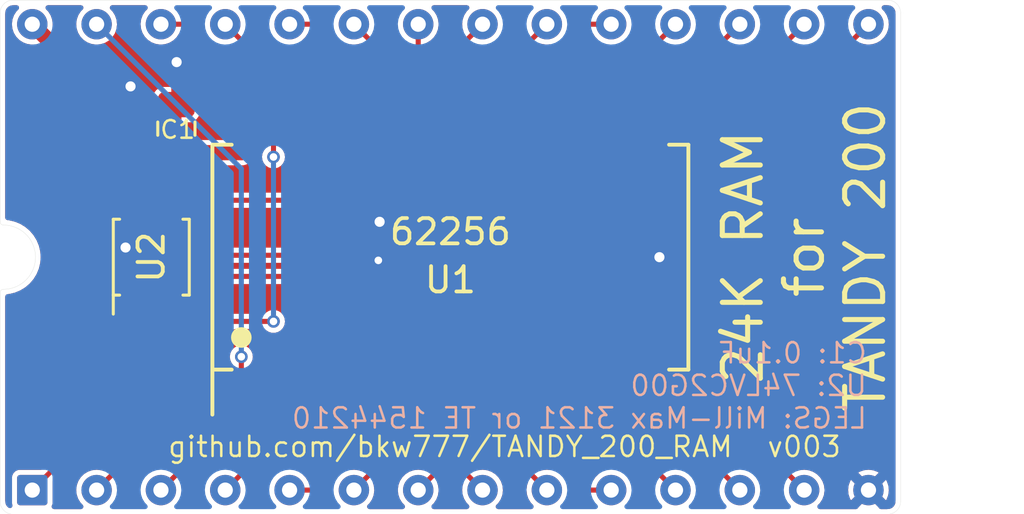
<source format=kicad_pcb>
(kicad_pcb (version 20211014) (generator pcbnew)
  (title_block (title "TANDY 200 RAM") (date "2022-09-21") (rev "003") (company "b.kenyon.w@gmail.com") (comment 1 "github.com/bkw777/TANDY_200_RAM"))
  (layers (0 "F.Cu" signal) (31 "B.Cu" signal) (34 "B.Paste" user) (35 "F.Paste" user) (36 "B.SilkS" user "B.Silkscreen") (37 "F.SilkS" user "F.Silkscreen") (38 "B.Mask" user) (39 "F.Mask" user) (44 "Edge.Cuts" user))
  (net 0 "")
  (net 1 "/D0")
  (net 2 "/D1")
  (net 3 "GND")
  (net 4 "/D2")
  (net 5 "/D3")
  (net 6 "VCC")
  (net 7 "/D4")
  (net 8 "/A11")
  (net 9 "/A12")
  (net 10 "/D5")
  (net 11 "/A7")
  (net 12 "/A6")
  (net 13 "/A5")
  (net 14 "/D6")
  (net 15 "/A4")
  (net 16 "/D7")
  (net 17 "/A3")
  (net 18 "/~{CS1}")
  (net 19 "/A2")
  (net 20 "/A13")
  (net 21 "/A1")
  (net 22 "/A14")
  (net 23 "/A0")
  (net 24 "/A10")
  (net 25 "/CS2")
  (net 26 "/~{WE}")
  (net 27 "/A9")
  (net 28 "/A8")
  (net 29 "/~{CE}")
  (net 30 "Net-(U2-Pad6)")
  (footprint "000_LOCAL:KEL ICC05-028-360TP PCB" (layer "F.Cu") (at 139.551 105.918 90)
    (fp_text reference "J1")
    (fp_text value "TANDY_26-3688")
    (fp_line (start 10.16 17.272) (end 10.16 -17.272) (layer "Edge.Cuts") (width 0.01))
    (fp_line (start -9.652 17.78) (end 9.652 17.78) (layer "Edge.Cuts") (width 0.01))
    (fp_line (start -10.16 -17.272) (end -10.16 17.272) (layer "Edge.Cuts") (width 0.01))
    (fp_line (start 1.397 -17.78) (end 9.652 -17.78) (layer "Edge.Cuts") (width 0.01))
    (fp_line (start -9.652 -17.78) (end -1.397 -17.78) (layer "Edge.Cuts") (width 0.01))
    (fp_arc (start -1.397 -17.78) (mid -1.307197 -17.742803) (end -1.27 -17.653) (layer "Edge.Cuts") (width 0.01))
    (fp_arc (start 10.16 17.272) (mid 10.01121 17.63121) (end 9.652 17.78) (layer "Edge.Cuts") (width 0.01))
    (fp_arc (start 1.27 -17.653) (mid 0 -16.383) (end -1.27 -17.653) (layer "Edge.Cuts") (width 0.01))
    (fp_arc (start 9.652 -17.78) (mid 10.01121 -17.63121) (end 10.16 -17.272) (layer "Edge.Cuts") (width 0.01))
    (fp_arc (start 1.27 -17.653) (mid 1.307197 -17.742803) (end 1.397 -17.78) (layer "Edge.Cuts") (width 0.01))
    (fp_arc (start -9.652 17.78) (mid -10.01121 17.63121) (end -10.16 17.272) (layer "Edge.Cuts") (width 0.01))
    (fp_arc (start -10.16 -17.272) (mid -10.01121 -17.63121) (end -9.652 -17.78) (layer "Edge.Cuts") (width 0.01))
    (pad "1" thru_hole roundrect (at -9.2075 -16.51 90) (size 1.2 1.2) (drill 0.6) (layers *.Cu *.Mask) (roundrect_rratio 0.1) (net 26 "/~{WE}"))
    (pad "2" thru_hole circle (at -9.2075 -13.97 90) (size 1.2 1.2) (drill 0.6) (layers *.Cu *.Mask) (net 9 "/A12"))
    (pad "3" thru_hole circle (at -9.2075 -11.43 90) (size 1.2 1.2) (drill 0.6) (layers *.Cu *.Mask) (net 11 "/A7"))
    (pad "4" thru_hole circle (at -9.2075 -8.89 90) (size 1.2 1.2) (drill 0.6) (layers *.Cu *.Mask) (net 12 "/A6"))
    (pad "5" thru_hole circle (at -9.2075 -6.35 90) (size 1.2 1.2) (drill 0.6) (layers *.Cu *.Mask) (net 13 "/A5"))
    (pad "6" thru_hole circle (at -9.2075 -3.81 90) (size 1.2 1.2) (drill 0.6) (layers *.Cu *.Mask) (net 15 "/A4"))
    (pad "7" thru_hole circle (at -9.2075 -1.27 90) (size 1.2 1.2) (drill 0.6) (layers *.Cu *.Mask) (net 17 "/A3"))
    (pad "8" thru_hole circle (at -9.2075 1.27 90) (size 1.2 1.2) (drill 0.6) (layers *.Cu *.Mask) (net 19 "/A2"))
    (pad "9" thru_hole circle (at -9.2075 3.81 90) (size 1.2 1.2) (drill 0.6) (layers *.Cu *.Mask) (net 21 "/A1"))
    (pad "10" thru_hole circle (at -9.2075 6.35 90) (size 1.2 1.2) (drill 0.6) (layers *.Cu *.Mask) (net 23 "/A0"))
    (pad "11" thru_hole circle (at -9.2075 8.89 90) (size 1.2 1.2) (drill 0.6) (layers *.Cu *.Mask) (net 1 "/D0"))
    (pad "12" thru_hole circle (at -9.2075 11.43 90) (size 1.2 1.2) (drill 0.6) (layers *.Cu *.Mask) (net 2 "/D1"))
    (pad "13" thru_hole circle (at -9.2075 13.97 90) (size 1.2 1.2) (drill 0.6) (layers *.Cu *.Mask) (net 4 "/D2"))
    (pad "14" thru_hole circle (at -9.2075 16.51 90) (size 1.2 1.2) (drill 0.6) (layers *.Cu *.Mask) (net 3 "GND"))
    (pad "15" thru_hole circle (at 9.2075 16.51 90) (size 1.2 1.2) (drill 0.6) (layers *.Cu *.Mask) (net 5 "/D3"))
    (pad "16" thru_hole circle (at 9.2075 13.97 90) (size 1.2 1.2) (drill 0.6) (layers *.Cu *.Mask) (net 7 "/D4"))
    (pad "17" thru_hole circle (at 9.2075 11.43 90) (size 1.2 1.2) (drill 0.6) (layers *.Cu *.Mask) (net 10 "/D5"))
    (pad "18" thru_hole circle (at 9.2075 8.89 90) (size 1.2 1.2) (drill 0.6) (layers *.Cu *.Mask) (net 14 "/D6"))
    (pad "19" thru_hole circle (at 9.2075 6.35 90) (size 1.2 1.2) (drill 0.6) (layers *.Cu *.Mask) (net 16 "/D7"))
    (pad "20" thru_hole circle (at 9.2075 3.81 90) (size 1.2 1.2) (drill 0.6) (layers *.Cu *.Mask) (net 18 "/~{CS1}"))
    (pad "21" thru_hole circle (at 9.2075 1.27 90) (size 1.2 1.2) (drill 0.6) (layers *.Cu *.Mask) (net 24 "/A10"))
    (pad "22" thru_hole circle (at 9.2075 -1.27 90) (size 1.2 1.2) (drill 0.6) (layers *.Cu *.Mask) (net 25 "/CS2"))
    (pad "23" thru_hole circle (at 9.2075 -3.81 90) (size 1.2 1.2) (drill 0.6) (layers *.Cu *.Mask) (net 8 "/A11"))
    (pad "24" thru_hole circle (at 9.2075 -6.35 90) (size 1.2 1.2) (drill 0.6) (layers *.Cu *.Mask) (net 27 "/A9"))
    (pad "25" thru_hole circle (at 9.2075 -8.89 90) (size 1.2 1.2) (drill 0.6) (layers *.Cu *.Mask) (net 28 "/A8"))
    (pad "26" thru_hole circle (at 9.2075 -11.43 90) (size 1.2 1.2) (drill 0.6) (layers *.Cu *.Mask) (net 20 "/A13"))
    (pad "27" thru_hole circle (at 9.2075 -13.97 90) (size 1.2 1.2) (drill 0.6) (layers *.Cu *.Mask) (net 22 "/A14"))
    (pad "28" thru_hole circle (at 9.2075 -16.51 90) (size 1.2 1.2) (drill 0.6) (layers *.Cu *.Mask) (net 6 "VCC"))
  )
  (footprint "000_LOCAL:SSOP-8_2.95x2.8x0.65" (layer "F.Cu") (at 127.74 105.918 90)
    (fp_text reference "U2" (at 0 0 90) (layer "F.SilkS"))
    (fp_text value "74LVC2G00")
    (fp_line (start -1.5 -1.25) (end -1.5 -1.5) (layer "F.SilkS") (width 0.12))
    (fp_line (start 1.5 -1.5) (end -2.25 -1.5) (layer "F.SilkS") (width 0.12))
    (fp_line (start -1.5 1.5) (end -1.5 1.25) (layer "F.SilkS") (width 0.12))
    (fp_line (start 1.5 -1.25) (end 1.5 -1.5) (layer "F.SilkS") (width 0.12))
    (fp_line (start 1.5 1.5) (end 1.5 1.25) (layer "F.SilkS") (width 0.12))
    (fp_line (start 1.5 1.5) (end -1.5 1.5) (layer "F.SilkS") (width 0.12))
    (pad "1" smd roundrect (at -1.8 -0.975) (size 0.4 1.1) (layers "F.Cu" "F.Paste" "F.Mask") (net 18 "/~{CS1}"))
    (pad "2" smd roundrect (at -1.8 -0.325) (size 0.4 1.1) (layers "F.Cu" "F.Paste" "F.Mask") (net 18 "/~{CS1}"))
    (pad "3" smd roundrect (at -1.8 0.325) (size 0.4 1.1) (layers "F.Cu" "F.Paste" "F.Mask") (net 29 "/~{CE}"))
    (pad "4" smd roundrect (at -1.8 0.975) (size 0.4 1.1) (layers "F.Cu" "F.Paste" "F.Mask") (net 3 "GND"))
    (pad "5" smd roundrect (at 1.8 0.975) (size 0.4 1.1) (layers "F.Cu" "F.Paste" "F.Mask") (net 25 "/CS2"))
    (pad "6" smd roundrect (at 1.8 0.325) (size 0.4 1.1) (layers "F.Cu" "F.Paste" "F.Mask") (net 30 "Net-(U2-Pad6)"))
    (pad "7" smd roundrect (at 1.8 -0.325) (size 0.4 1.1) (layers "F.Cu" "F.Paste" "F.Mask") (net 30 "Net-(U2-Pad6)"))
    (pad "8" smd roundrect (at 1.8 -0.975) (size 0.4 1.1) (layers "F.Cu" "F.Paste" "F.Mask") (net 6 "VCC"))
  )
  (footprint "000_LOCAL:C_0805" (layer "F.Cu") (at 128.731 100.838 90)
    (fp_text reference "C1" (at -0.04 0.05) (layer "F.SilkS") (effects (font (size 0.7 0.7) (thickness 0.1))))
    (fp_text value "0.1uF" hide)
    (fp_line (start -0.261252 0.735) (end 0.261252 0.735) (layer "F.SilkS") (width 0.12))
    (fp_line (start -0.261252 -0.735) (end 0.261252 -0.735) (layer "F.SilkS") (width 0.12))
    (pad "1" smd roundrect locked (at -0.95 0 90) (size 1 1.45) (layers "F.Cu" "F.Paste" "F.Mask") (net 6 "VCC"))
    (pad "2" smd roundrect locked (at 0.95 0 90) (size 1 1.45) (layers "F.Cu" "F.Paste" "F.Mask") (net 3 "GND"))
  )
  (footprint "000_LOCAL:SOP-28" (layer "F.Cu") (at 139.551 105.918 90)
    (fp_text reference "U1" (at -0.9 0) (layer "F.SilkS"))
    (fp_text value "62256" (at 1 0) (layer "F.SilkS"))
    (fp_line (start -4.445 -9.398) (end -4.445 -8.636) (layer "F.SilkS") (width 0.1524))
    (fp_line (start -4.445 8.636) (end -4.445 9.398) (layer "F.SilkS") (width 0.1524))
    (fp_line (start 4.445 9.398) (end 4.445 8.636) (layer "F.SilkS") (width 0.1524))
    (fp_line (start 4.445 -8.636) (end 4.445 -9.398) (layer "F.SilkS") (width 0.1524))
    (fp_line (start -4.445 9.398) (end 4.445 9.398) (layer "F.SilkS") (width 0.1524))
    (fp_line (start 4.445 -9.398) (end -6.223 -9.398) (layer "F.SilkS") (width 0.1524))
    (fp_circle (center -3.175 -8.255) (end -2.9718 -8.255) (layer "F.SilkS") (width 0.4064) (fill none))
    (pad "1" smd roundrect (at -5.4229 -8.255 90) (size 1.9812 0.5588) (layers "F.Cu" "F.Paste" "F.Mask") (net 22 "/A14"))
    (pad "2" smd roundrect (at -5.4229 -6.985 90) (size 1.9812 0.5588) (layers "F.Cu" "F.Paste" "F.Mask") (net 9 "/A12"))
    (pad "3" smd roundrect (at -5.4229 -5.715 90) (size 1.9812 0.5588) (layers "F.Cu" "F.Paste" "F.Mask") (net 11 "/A7"))
    (pad "4" smd roundrect (at -5.4229 -4.445 90) (size 1.9812 0.5588) (layers "F.Cu" "F.Paste" "F.Mask") (net 12 "/A6"))
    (pad "5" smd roundrect (at -5.4229 -3.175 90) (size 1.9812 0.5588) (layers "F.Cu" "F.Paste" "F.Mask") (net 13 "/A5"))
    (pad "6" smd roundrect (at -5.4229 -1.905 90) (size 1.9812 0.5588) (layers "F.Cu" "F.Paste" "F.Mask") (net 15 "/A4"))
    (pad "7" smd roundrect (at -5.4229 -0.635 90) (size 1.9812 0.5588) (layers "F.Cu" "F.Paste" "F.Mask") (net 17 "/A3"))
    (pad "8" smd roundrect (at -5.4229 0.635 90) (size 1.9812 0.5588) (layers "F.Cu" "F.Paste" "F.Mask") (net 19 "/A2"))
    (pad "9" smd roundrect (at -5.4229 1.905 90) (size 1.9812 0.5588) (layers "F.Cu" "F.Paste" "F.Mask") (net 21 "/A1"))
    (pad "10" smd roundrect (at -5.4229 3.175 90) (size 1.9812 0.5588) (layers "F.Cu" "F.Paste" "F.Mask") (net 23 "/A0"))
    (pad "11" smd roundrect (at -5.4229 4.445 90) (size 1.9812 0.5588) (layers "F.Cu" "F.Paste" "F.Mask") (net 1 "/D0"))
    (pad "12" smd roundrect (at -5.4229 5.715 90) (size 1.9812 0.5588) (layers "F.Cu" "F.Paste" "F.Mask") (net 2 "/D1"))
    (pad "13" smd roundrect (at -5.4229 6.985 90) (size 1.9812 0.5588) (layers "F.Cu" "F.Paste" "F.Mask") (net 4 "/D2"))
    (pad "14" smd roundrect (at -5.4229 8.255 90) (size 1.9812 0.5588) (layers "F.Cu" "F.Paste" "F.Mask") (net 3 "GND"))
    (pad "15" smd roundrect (at 5.4229 8.255 90) (size 1.9812 0.5588) (layers "F.Cu" "F.Paste" "F.Mask") (net 5 "/D3"))
    (pad "16" smd roundrect (at 5.4229 6.985 90) (size 1.9812 0.5588) (layers "F.Cu" "F.Paste" "F.Mask") (net 7 "/D4"))
    (pad "17" smd roundrect (at 5.4229 5.715 90) (size 1.9812 0.5588) (layers "F.Cu" "F.Paste" "F.Mask") (net 10 "/D5"))
    (pad "18" smd roundrect (at 5.4229 4.445 90) (size 1.9812 0.5588) (layers "F.Cu" "F.Paste" "F.Mask") (net 14 "/D6"))
    (pad "19" smd roundrect (at 5.4229 3.175 90) (size 1.9812 0.5588) (layers "F.Cu" "F.Paste" "F.Mask") (net 16 "/D7"))
    (pad "20" smd roundrect (at 5.4229 1.905 90) (size 1.9812 0.5588) (layers "F.Cu" "F.Paste" "F.Mask") (net 29 "/~{CE}"))
    (pad "21" smd roundrect (at 5.4229 0.635 90) (size 1.9812 0.5588) (layers "F.Cu" "F.Paste" "F.Mask") (net 24 "/A10"))
    (pad "22" smd roundrect (at 5.4229 -0.635 90) (size 1.9812 0.5588) (layers "F.Cu" "F.Paste" "F.Mask") (net 3 "GND"))
    (pad "23" smd roundrect (at 5.4229 -1.905 90) (size 1.9812 0.5588) (layers "F.Cu" "F.Paste" "F.Mask") (net 8 "/A11"))
    (pad "24" smd roundrect (at 5.4229 -3.175 90) (size 1.9812 0.5588) (layers "F.Cu" "F.Paste" "F.Mask") (net 27 "/A9"))
    (pad "25" smd roundrect (at 5.4229 -4.445 90) (size 1.9812 0.5588) (layers "F.Cu" "F.Paste" "F.Mask") (net 28 "/A8"))
    (pad "26" smd roundrect (at 5.4229 -5.715 90) (size 1.9812 0.5588) (layers "F.Cu" "F.Paste" "F.Mask") (net 20 "/A13"))
    (pad "27" smd roundrect (at 5.4229 -6.985 90) (size 1.9812 0.5588) (layers "F.Cu" "F.Paste" "F.Mask") (net 26 "/~{WE}"))
    (pad "28" smd roundrect (at 5.4229 -8.255 90) (size 1.9812 0.5588) (layers "F.Cu" "F.Paste" "F.Mask") (net 6 "VCC"))
  )
  (gr_text "C1: 0.1uF\nU2: 74LVC2G00\nLEGS: Mill-Max 3121 or TE 1544210" (at 156.061 110.998) (layer "B.SilkS") (effects (font (size 0.8 0.8) (thickness 0.1)) (justify left mirror)))
  (gr_text "v${REVISION}" (at 153.521 113.411) (layer "F.SilkS") (effects (font (size 0.8 0.8) (thickness 0.1))))
  (gr_text "24K RAM\nfor\nTANDY 200" (at 153.521 105.918 90) (layer "F.SilkS") (effects (font (size 1.5 1.5) (thickness 0.2))))
  (gr_text "${COMMENT1}" (at 139.551 113.411) (layer "F.SilkS") (effects (font (size 0.8 0.8) (thickness 0.1))))
  (segment (start 143.996 111.3409) (end 143.996 112.649) (width 0.2) (layer "F.Cu") (net 1))
  (segment (start 145.393 114.046) (end 147.3615 114.046) (width 0.2) (layer "F.Cu") (net 1))
  (segment (start 143.996 112.649) (end 145.393 114.046) (width 0.2) (layer "F.Cu") (net 1))
  (segment (start 147.3615 114.046) (end 148.441 115.1255) (width 0.2) (layer "F.Cu") (net 1))
  (segment (start 145.266 111.3409) (end 145.266 112.649) (width 0.2) (layer "F.Cu") (net 2))
  (segment (start 149.3935 113.538) (end 150.981 115.1255) (width 0.2) (layer "F.Cu") (net 2))
  (segment (start 145.266 112.649) (end 146.155 113.538) (width 0.2) (layer "F.Cu") (net 2))
  (segment (start 146.155 113.538) (end 149.3935 113.538) (width 0.2) (layer "F.Cu") (net 2))
  (via (at 128.741 98.208) (size 0.6) (drill 0.4) (layers "F.Cu" "B.Cu") (net 3))
  (via (at 136.757 104.521) (size 0.6) (drill 0.4) (layers "F.Cu" "B.Cu") (net 3))
  (via (at 136.7062 106.045) (size 0.5) (drill 0.3) (layers "F.Cu" "B.Cu") (net 3))
  (via (at 126.724 105.537) (size 0.6) (drill 0.4) (layers "F.Cu" "B.Cu") (net 3))
  (via (at 126.921 99.168) (size 0.6) (drill 0.4) (layers "F.Cu" "B.Cu") (net 3))
  (via (at 147.806 105.918) (size 0.6) (drill 0.4) (layers "F.Cu" "B.Cu") (net 3))
  (segment (start 146.536 111.3409) (end 146.536 112.649) (width 0.2) (layer "F.Cu") (net 4))
  (segment (start 146.917 113.03) (end 151.4255 113.03) (width 0.2) (layer "F.Cu") (net 4))
  (segment (start 151.4255 113.03) (end 153.521 115.1255) (width 0.2) (layer "F.Cu") (net 4))
  (segment (start 146.536 112.649) (end 146.917 113.03) (width 0.2) (layer "F.Cu") (net 4))
  (segment (start 153.0765 99.695) (end 156.061 96.7105) (width 0.2) (layer "F.Cu") (net 5))
  (segment (start 147.806 100.4951) (end 147.806 99.695) (width 0.2) (layer "F.Cu") (net 5))
  (segment (start 147.806 99.695) (end 153.0765 99.695) (width 0.2) (layer "F.Cu") (net 5))
  (segment (start 126.765 103.018) (end 126.765 104.118) (width 0.4) (layer "F.Cu") (net 6))
  (segment (start 126.765 103.018) (end 126.765 100.4345) (width 0.6) (layer "F.Cu") (net 6))
  (segment (start 131.296 101.788) (end 131.296 100.4951) (width 0.6) (layer "F.Cu") (net 6))
  (segment (start 126.801 101.788) (end 131.296 101.788) (width 0.6) (layer "F.Cu") (net 6))
  (segment (start 126.765 100.4345) (end 123.041 96.7105) (width 0.6) (layer "F.Cu") (net 6))
  (segment (start 146.536 100.4951) (end 146.536 99.187) (width 0.2) (layer "F.Cu") (net 7))
  (segment (start 151.4255 98.806) (end 153.521 96.7105) (width 0.2) (layer "F.Cu") (net 7))
  (segment (start 146.917 98.806) (end 151.4255 98.806) (width 0.2) (layer "F.Cu") (net 7))
  (segment (start 146.536 99.187) (end 146.917 98.806) (width 0.2) (layer "F.Cu") (net 7))
  (segment (start 137.646 98.6155) (end 135.741 96.7105) (width 0.2) (layer "F.Cu") (net 8))
  (segment (start 137.646 100.4951) (end 137.646 98.6155) (width 0.2) (layer "F.Cu") (net 8))
  (segment (start 132.566 111.3409) (end 132.566 112.649) (width 0.2) (layer "F.Cu") (net 9))
  (segment (start 132.566 112.649) (end 132.185 113.03) (width 0.2) (layer "F.Cu") (net 9))
  (segment (start 132.185 113.03) (end 127.6765 113.03) (width 0.2) (layer "F.Cu") (net 9))
  (segment (start 127.6765 113.03) (end 125.581 115.1255) (width 0.2) (layer "F.Cu") (net 9))
  (segment (start 145.266 100.4951) (end 145.266 99.187) (width 0.2) (layer "F.Cu") (net 10))
  (segment (start 149.3935 98.298) (end 150.981 96.7105) (width 0.2) (layer "F.Cu") (net 10))
  (segment (start 146.155 98.298) (end 149.3935 98.298) (width 0.2) (layer "F.Cu") (net 10))
  (segment (start 145.266 99.187) (end 146.155 98.298) (width 0.2) (layer "F.Cu") (net 10))
  (segment (start 129.7085 113.538) (end 128.121 115.1255) (width 0.2) (layer "F.Cu") (net 11))
  (segment (start 133.836 112.649) (end 132.947 113.538) (width 0.2) (layer "F.Cu") (net 11))
  (segment (start 133.836 111.3409) (end 133.836 112.649) (width 0.2) (layer "F.Cu") (net 11))
  (segment (start 132.947 113.538) (end 129.7085 113.538) (width 0.2) (layer "F.Cu") (net 11))
  (segment (start 133.709 114.046) (end 131.7405 114.046) (width 0.2) (layer "F.Cu") (net 12))
  (segment (start 135.106 111.3409) (end 135.106 112.649) (width 0.2) (layer "F.Cu") (net 12))
  (segment (start 135.106 112.649) (end 133.709 114.046) (width 0.2) (layer "F.Cu") (net 12))
  (segment (start 131.7405 114.046) (end 130.661 115.1255) (width 0.2) (layer "F.Cu") (net 12))
  (segment (start 134.1535 115.1255) (end 133.201 115.1255) (width 0.2) (layer "F.Cu") (net 13))
  (segment (start 136.376 112.903) (end 134.1535 115.1255) (width 0.2) (layer "F.Cu") (net 13))
  (segment (start 136.376 111.3409) (end 136.376 112.903) (width 0.2) (layer "F.Cu") (net 13))
  (segment (start 145.393 97.79) (end 147.3615 97.79) (width 0.2) (layer "F.Cu") (net 14))
  (segment (start 147.3615 97.79) (end 148.441 96.7105) (width 0.2) (layer "F.Cu") (net 14))
  (segment (start 143.996 100.4951) (end 143.996 99.187) (width 0.2) (layer "F.Cu") (net 14))
  (segment (start 143.996 99.187) (end 145.393 97.79) (width 0.2) (layer "F.Cu") (net 14))
  (segment (start 137.646 111.3409) (end 137.646 113.2205) (width 0.2) (layer "F.Cu") (net 15))
  (segment (start 137.646 113.2205) (end 135.741 115.1255) (width 0.2) (layer "F.Cu") (net 15))
  (segment (start 144.9485 96.7105) (end 145.901 96.7105) (width 0.2) (layer "F.Cu") (net 16))
  (segment (start 142.726 98.933) (end 144.9485 96.7105) (width 0.2) (layer "F.Cu") (net 16))
  (segment (start 142.726 100.4951) (end 142.726 98.933) (width 0.2) (layer "F.Cu") (net 16))
  (segment (start 138.916 114.4905) (end 138.281 115.1255) (width 0.2) (layer "F.Cu") (net 17))
  (segment (start 138.916 111.3409) (end 138.916 114.4905) (width 0.2) (layer "F.Cu") (net 17))
  (segment (start 127.415 106.37) (end 127.9432 105.8418) (width 0.2) (layer "F.Cu") (net 18))
  (segment (start 135.9442 105.8418) (end 136.376 105.41) (width 0.2) (layer "F.Cu") (net 18))
  (segment (start 127.9432 105.8418) (end 135.9442 105.8418) (width 0.2) (layer "F.Cu") (net 18))
  (segment (start 140.821 99.2505) (end 143.361 96.7105) (width 0.2) (layer "F.Cu") (net 18))
  (segment (start 137.149 105.41) (end 140.821 101.738) (width 0.2) (layer "F.Cu") (net 18))
  (segment (start 136.376 105.41) (end 137.149 105.41) (width 0.2) (layer "F.Cu") (net 18))
  (segment (start 140.821 101.738) (end 140.821 99.2505) (width 0.2) (layer "F.Cu") (net 18))
  (segment (start 127.415 107.718) (end 127.415 106.37) (width 0.2) (layer "F.Cu") (net 18))
  (segment (start 126.765 107.718) (end 127.415 107.718) (width 0.2) (layer "F.Cu") (net 18))
  (segment (start 140.186 111.3409) (end 140.186 114.4905) (width 0.2) (layer "F.Cu") (net 19))
  (segment (start 140.186 114.4905) (end 140.821 115.1255) (width 0.2) (layer "F.Cu") (net 19))
  (segment (start 133.836 99.187) (end 132.947 98.298) (width 0.2) (layer "F.Cu") (net 20))
  (segment (start 132.947 98.298) (end 130.651 98.298) (width 0.2) (layer "F.Cu") (net 20))
  (segment (start 129.0635 96.7105) (end 128.121 96.7105) (width 0.2) (layer "F.Cu") (net 20))
  (segment (start 133.836 100.4951) (end 133.836 99.187) (width 0.2) (layer "F.Cu") (net 20))
  (segment (start 130.651 98.298) (end 129.0635 96.7105) (width 0.2) (layer "F.Cu") (net 20))
  (segment (start 141.456 111.3409) (end 141.456 113.2205) (width 0.2) (layer "F.Cu") (net 21))
  (segment (start 141.456 113.2205) (end 143.361 115.1255) (width 0.2) (layer "F.Cu") (net 21))
  (segment (start 131.296 111.3409) (end 131.296 109.855) (width 0.2) (layer "F.Cu") (net 22))
  (via (at 131.296 109.855) (size 0.5) (drill 0.3) (layers "F.Cu" "B.Cu") (net 22))
  (segment (start 131.296 102.4255) (end 125.581 96.7105) (width 0.2) (layer "B.Cu") (net 22))
  (segment (start 131.296 109.855) (end 131.296 102.4255) (width 0.2) (layer "B.Cu") (net 22))
  (segment (start 142.726 111.3409) (end 142.726 112.903) (width 0.2) (layer "F.Cu") (net 23))
  (segment (start 142.726 112.903) (end 144.9485 115.1255) (width 0.2) (layer "F.Cu") (net 23))
  (segment (start 144.9485 115.1255) (end 145.901 115.1255) (width 0.2) (layer "F.Cu") (net 23))
  (segment (start 140.186 100.4951) (end 140.186 97.3455) (width 0.2) (layer "F.Cu") (net 24))
  (segment (start 140.186 97.3455) (end 140.821 96.7105) (width 0.2) (layer "F.Cu") (net 24))
  (segment (start 136.34 103.668) (end 128.715 103.668) (width 0.2) (layer "F.Cu") (net 25))
  (segment (start 138.281 96.7105) (end 138.281 101.727) (width 0.2) (layer "F.Cu") (net 25))
  (segment (start 128.715 103.668) (end 128.715 104.118) (width 0.2) (layer "F.Cu") (net 25))
  (segment (start 138.281 101.727) (end 136.34 103.668) (width 0.2) (layer "F.Cu") (net 25))
  (segment (start 130.891 108.458) (end 128.351 110.998) (width 0.2) (layer "F.Cu") (net 26))
  (segment (start 132.566 101.958) (end 132.566 100.4951) (width 0.2) (layer "F.Cu") (net 26))
  (segment (start 132.566 108.458) (end 130.891 108.458) (width 0.2) (layer "F.Cu") (net 26))
  (segment (start 127.1685 110.998) (end 123.041 115.1255) (width 0.2) (layer "F.Cu") (net 26))
  (segment (start 128.351 110.998) (end 127.1685 110.998) (width 0.2) (layer "F.Cu") (net 26))
  (via (at 132.566 101.958) (size 0.5) (drill 0.3) (layers "F.Cu" "B.Cu") (net 26))
  (via (at 132.566 108.458) (size 0.5) (drill 0.3) (layers "F.Cu" "B.Cu") (net 26))
  (segment (start 132.566 101.958) (end 132.566 108.458) (width 0.2) (layer "B.Cu") (net 26))
  (segment (start 134.1535 96.7105) (end 133.201 96.7105) (width 0.2) (layer "F.Cu") (net 27))
  (segment (start 136.376 100.4951) (end 136.376 98.933) (width 0.2) (layer "F.Cu") (net 27))
  (segment (start 136.376 98.933) (end 134.1535 96.7105) (width 0.2) (layer "F.Cu") (net 27))
  (segment (start 133.709 97.79) (end 131.7405 97.79) (width 0.2) (layer "F.Cu") (net 28))
  (segment (start 135.106 99.187) (end 133.709 97.79) (width 0.2) (layer "F.Cu") (net 28))
  (segment (start 135.106 100.4951) (end 135.106 99.187) (width 0.2) (layer "F.Cu") (net 28))
  (segment (start 131.7405 97.79) (end 130.661 96.7105) (width 0.2) (layer "F.Cu") (net 28))
  (segment (start 128.289 106.68) (end 128.065 106.904) (width 0.2) (layer "F.Cu") (net 29))
  (segment (start 137.0618 106.68) (end 128.289 106.68) (width 0.2) (layer "F.Cu") (net 29))
  (segment (start 141.456 100.4951) (end 141.456 102.2858) (width 0.2) (layer "F.Cu") (net 29))
  (segment (start 128.065 106.904) (end 128.065 107.718) (width 0.2) (layer "F.Cu") (net 29))
  (segment (start 141.456 102.2858) (end 137.0618 106.68) (width 0.2) (layer "F.Cu") (net 29))
  (segment (start 127.415 104.118) (end 128.065 104.118) (width 0.2) (layer "F.Cu") (net 30))
  (zone (net 3) (net_name "GND") (layer "F.Cu") (connect_pads (clearance 0.2)) (min_thickness 0.2) (fill yes (thermal_gap 0.2) (thermal_bridge_width 0.4) (smoothing fillet) (radius 0.1))
    (polygon (pts (xy 157.331 116.078) (xy 121.771 116.078) (xy 121.771 95.758) (xy 157.331 95.758)))
  )
  (zone (net 3) (net_name "GND") (layer "B.Cu") (connect_pads (clearance 0.2)) (min_thickness 0.2) (fill yes (thermal_gap 0.2) (thermal_bridge_width 0.4) (smoothing fillet) (radius 0.1))
    (polygon (pts (xy 157.331 116.078) (xy 121.771 116.078) (xy 121.771 95.758) (xy 157.331 95.758)))
  )
)
</source>
